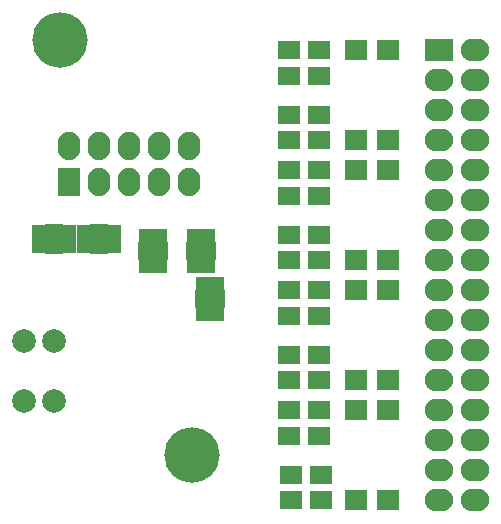
<source format=gbr>
G04 #@! TF.FileFunction,Soldermask,Top*
%FSLAX46Y46*%
G04 Gerber Fmt 4.6, Leading zero omitted, Abs format (unit mm)*
G04 Created by KiCad (PCBNEW 4.0.5) date 07/26/17 23:20:59*
%MOMM*%
%LPD*%
G01*
G04 APERTURE LIST*
%ADD10C,0.100000*%
%ADD11O,1.900000X2.400000*%
%ADD12R,1.900000X2.400000*%
%ADD13R,1.900000X1.650000*%
%ADD14R,2.400000X1.400000*%
%ADD15R,2.600000X1.600000*%
%ADD16R,1.900000X1.700000*%
%ADD17R,1.400000X2.400000*%
%ADD18R,1.600000X2.600000*%
%ADD19C,2.000000*%
%ADD20O,2.400000X1.900000*%
%ADD21R,2.400000X1.900000*%
%ADD22C,4.700000*%
G04 APERTURE END LIST*
D10*
D11*
X169926000Y-114042000D03*
X169926000Y-111002000D03*
X167386000Y-111002000D03*
X167386000Y-114042000D03*
D12*
X159766000Y-114042000D03*
D11*
X159766000Y-111002000D03*
X162306000Y-114042000D03*
X162306000Y-111002000D03*
X164846000Y-114042000D03*
X164846000Y-111002000D03*
D13*
X178455000Y-105029000D03*
X180955000Y-105029000D03*
X178455000Y-102870000D03*
X180955000Y-102870000D03*
X178455000Y-115189000D03*
X180955000Y-115189000D03*
X178455000Y-113030000D03*
X180955000Y-113030000D03*
X180955000Y-108331000D03*
X178455000Y-108331000D03*
X180955000Y-110490000D03*
X178455000Y-110490000D03*
X180955000Y-118491000D03*
X178455000Y-118491000D03*
X180955000Y-120650000D03*
X178455000Y-120650000D03*
X178455000Y-125349000D03*
X180955000Y-125349000D03*
X178455000Y-123190000D03*
X180955000Y-123190000D03*
X178455000Y-135509000D03*
X180955000Y-135509000D03*
X178455000Y-133350000D03*
X180955000Y-133350000D03*
X180955000Y-128651000D03*
X178455000Y-128651000D03*
X180955000Y-130810000D03*
X178455000Y-130810000D03*
X181082000Y-138811000D03*
X178582000Y-138811000D03*
X181082000Y-140970000D03*
X178582000Y-140970000D03*
D14*
X170942000Y-118688000D03*
D15*
X170942000Y-119888000D03*
D14*
X170942000Y-121088000D03*
X166878000Y-118688000D03*
D15*
X166878000Y-119888000D03*
D14*
X166878000Y-121088000D03*
X171704000Y-125152000D03*
D15*
X171704000Y-123952000D03*
D14*
X171704000Y-122752000D03*
D16*
X184070000Y-102870000D03*
X186770000Y-102870000D03*
X184070000Y-113030000D03*
X186770000Y-113030000D03*
X186770000Y-110490000D03*
X184070000Y-110490000D03*
X186770000Y-120650000D03*
X184070000Y-120650000D03*
X184070000Y-123190000D03*
X186770000Y-123190000D03*
X184070000Y-133350000D03*
X186770000Y-133350000D03*
X186770000Y-130810000D03*
X184070000Y-130810000D03*
X186770000Y-140970000D03*
X184070000Y-140970000D03*
D17*
X163506000Y-118872000D03*
D18*
X162306000Y-118872000D03*
D17*
X161106000Y-118872000D03*
X157296000Y-118872000D03*
D18*
X158496000Y-118872000D03*
D17*
X159696000Y-118872000D03*
D19*
X155956000Y-127508000D03*
X155956000Y-132588000D03*
X158496000Y-127508000D03*
X158496000Y-132588000D03*
D20*
X191139000Y-140970000D03*
X194179000Y-140970000D03*
X191139000Y-135890000D03*
X194179000Y-135890000D03*
X194179000Y-138430000D03*
X191139000Y-138430000D03*
X191139000Y-133350000D03*
X194179000Y-133350000D03*
X194179000Y-130810000D03*
X191139000Y-130810000D03*
X191139000Y-128270000D03*
X194179000Y-128270000D03*
X194179000Y-125730000D03*
X191139000Y-125730000D03*
X191139000Y-123190000D03*
X194179000Y-123190000D03*
X194179000Y-120650000D03*
X191139000Y-120650000D03*
X191139000Y-118110000D03*
X194179000Y-118110000D03*
X194179000Y-115570000D03*
X191139000Y-115570000D03*
X191139000Y-113030000D03*
X194179000Y-113030000D03*
X194179000Y-110490000D03*
X191139000Y-110490000D03*
D21*
X191139000Y-102870000D03*
D20*
X194179000Y-102870000D03*
X191139000Y-105410000D03*
X194179000Y-105410000D03*
X191139000Y-107950000D03*
X194179000Y-107950000D03*
D22*
X170180000Y-137160000D03*
X159000000Y-102000000D03*
M02*

</source>
